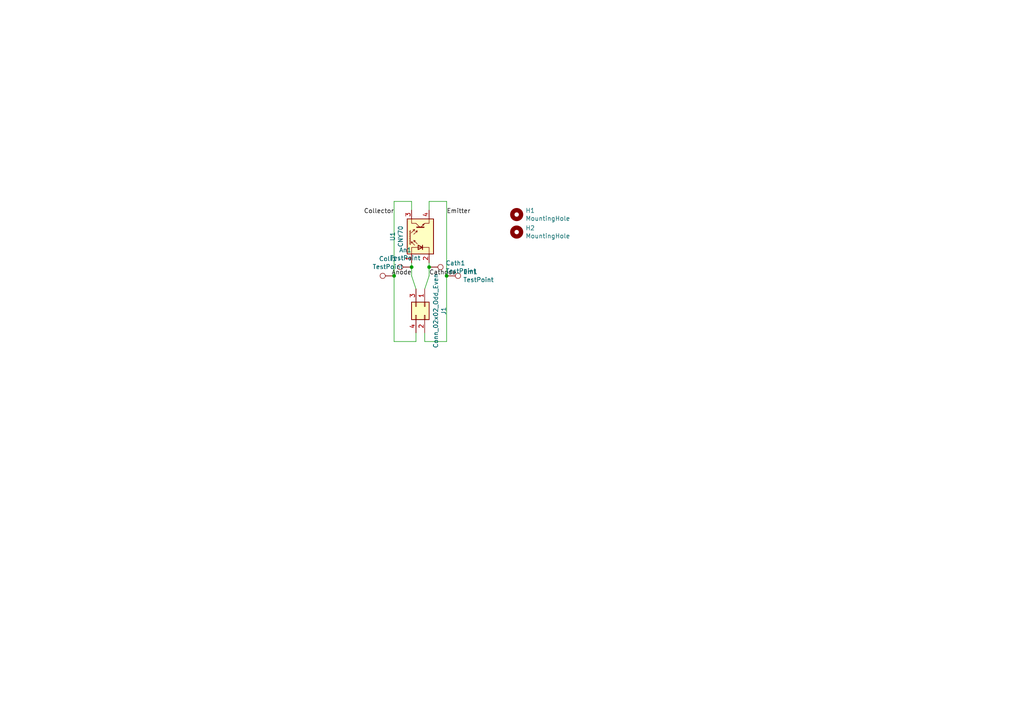
<source format=kicad_sch>
(kicad_sch (version 20211123) (generator eeschema)
  (paper "A4")
  (lib_symbols
    (symbol "Connector:TestPoint" (pin_numbers hide) (pin_names (offset 0.762) hide)
      (property "Reference" "TP" (at 0 6.858 0))
      (property "Value" "TestPoint" (at 0 5.08 0))
      (symbol "TestPoint_0_1"
        (circle (center 0 3.302) (radius 0.762))
      )
      (symbol "TestPoint_1_1"
        (pin passive line (at 0 0 90) (length 2.54) (name "1") (number "1"))
      )
    )
    (symbol "Connector_Generic:Conn_02x02_Odd_Even" (pin_names (offset 1.016) hide)
      (property "Reference" "J" (at 1.27 2.54 0))
      (property "Value" "Conn_02x02_Odd_Even" (at 1.27 -5.08 0))
      (symbol "Conn_02x02_Odd_Even_1_1"
        (rectangle (start -1.27 -2.413) (end 0 -2.667) (stroke (width 0.1524)))
        (rectangle (start -1.27 0.127) (end 0 -0.127) (stroke (width 0.1524)))
        (rectangle (start -1.27 1.27) (end 3.81 -3.81) (stroke (width 0.254)) (fill (type background)))
        (rectangle (start 3.81 -2.413) (end 2.54 -2.667) (stroke (width 0.1524)))
        (rectangle (start 3.81 0.127) (end 2.54 -0.127) (stroke (width 0.1524)))
        (pin passive line (at -5.08 0 0) (length 3.81) (name "Pin_1") (number "1"))
        (pin passive line (at 7.62 0 180) (length 3.81) (name "Pin_2") (number "2"))
        (pin passive line (at -5.08 -2.54 0) (length 3.81) (name "Pin_3") (number "3"))
        (pin passive line (at 7.62 -2.54 180) (length 3.81) (name "Pin_4") (number "4"))
      )
    )
    (symbol "Mechanical:MountingHole" (pin_names (offset 1.016))
      (property "Reference" "H" (at 0 5.08 0))
      (property "Value" "MountingHole" (at 0 3.175 0))
      (symbol "MountingHole_0_1"
        (circle (center 0 0) (radius 1.27) (stroke (width 1.27)))
      )
    )
    (symbol "Sensor_Proximity:CNY70" (pin_names (offset 1.016) hide)
      (property "Reference" "U" (at -5.08 5.08 0))
      (property "Value" "CNY70" (at 5.08 5.08 0))
      (symbol "CNY70_0_1"
        (polyline (pts (xy -3.81 -0.635) (xy -2.54 -0.635)) (stroke (width 0.254)))
        (polyline (pts (xy -2.286 2.921) (xy -2.032 3.175)))
        (polyline (pts (xy -1.778 2.921) (xy -1.524 3.175)))
        (polyline (pts (xy -1.524 2.667) (xy -1.651 2.159)))
        (polyline (pts (xy -1.27 2.921) (xy -1.016 3.175)))
        (polyline (pts (xy -1.143 1.905) (xy -1.27 1.397)))
        (polyline (pts (xy -0.762 2.921) (xy -0.508 3.175)))
        (polyline (pts (xy -0.254 2.921) (xy 0 3.175)))
        (polyline (pts (xy 0.254 2.921) (xy 0.508 3.175)))
        (polyline (pts (xy 0.762 2.921) (xy 1.016 3.175)))
        (polyline (pts (xy 1.27 2.921) (xy 1.524 3.175)))
        (polyline (pts (xy 1.651 0.889) (xy 1.143 1.016)))
        (polyline (pts (xy 1.778 2.921) (xy -2.413 2.921)))
        (polyline (pts (xy 2.032 1.651) (xy 1.524 1.778)))
        (polyline (pts (xy 2.667 -0.127) (xy 3.81 -1.27)))
        (polyline (pts (xy 2.667 0.127) (xy 3.81 1.27)))
        (polyline (pts (xy -2.54 1.651) (xy -1.524 2.667) (xy -2.032 2.54)))
        (polyline (pts (xy -2.159 0.889) (xy -1.143 1.905) (xy -1.651 1.778)))
        (polyline (pts (xy 0.635 1.905) (xy 1.651 0.889) (xy 1.524 1.397)))
        (polyline (pts (xy 1.016 2.667) (xy 2.032 1.651) (xy 1.905 2.159)))
        (polyline (pts (xy 2.667 1.016) (xy 2.667 -1.016) (xy 2.667 -1.016)) (stroke (width 0.3556)))
        (polyline (pts (xy 3.81 -1.27) (xy 3.81 -2.54) (xy 5.08 -2.54)))
        (polyline (pts (xy 3.81 1.27) (xy 3.81 2.54) (xy 5.08 2.54)))
        (polyline (pts (xy -5.08 -2.54) (xy -3.175 -2.54) (xy -3.175 2.54) (xy -5.08 2.54)))
        (polyline (pts (xy -3.175 -0.635) (xy -3.81 0.635) (xy -2.54 0.635) (xy -3.175 -0.635)) (stroke (width 0.254)))
        (polyline (pts (xy 3.683 -1.143) (xy 3.429 -0.635) (xy 3.175 -0.889) (xy 3.683 -1.143)))
        (polyline (pts (xy -5.08 -3.81) (xy 5.08 -3.81) (xy 5.08 3.81) (xy -5.08 3.81) (xy -5.08 -3.81)) (stroke (width 0.254)) (fill (type background)))
      )
      (symbol "CNY70_1_1"
        (pin passive line (at -7.62 2.54 0) (length 2.54) (name "A") (number "1"))
        (pin passive line (at -7.62 -2.54 0) (length 2.54) (name "K") (number "2"))
        (pin open_collector line (at 7.62 2.54 180) (length 2.54) (name "C") (number "3"))
        (pin open_emitter line (at 7.62 -2.54 180) (length 2.54) (name "E") (number "4"))
      )
    )
  )
  (junction (at 129.54 80.01))
  (junction (at 119.38 77.47))
  (junction (at 114.3 80.01))
  (junction (at 124.46 77.47))
  (wire (pts (xy 119.38 80.01) (xy 120.65 83.82)))
  (wire (pts (xy 124.46 60.96) (xy 124.46 58.42)))
  (wire (pts (xy 119.38 77.47) (xy 119.38 76.2)))
  (wire (pts (xy 124.46 77.47) (xy 124.46 80.01)))
  (wire (pts (xy 120.65 96.52) (xy 120.65 99.06)))
  (wire (pts (xy 114.3 80.01) (xy 114.3 58.42)))
  (wire (pts (xy 114.3 99.06) (xy 114.3 80.01)))
  (wire (pts (xy 124.46 76.2) (xy 124.46 77.47)))
  (wire (pts (xy 129.54 80.01) (xy 129.54 99.06)))
  (wire (pts (xy 129.54 99.06) (xy 123.19 99.06)))
  (wire (pts (xy 123.19 99.06) (xy 123.19 96.52)))
  (wire (pts (xy 119.38 58.42) (xy 119.38 60.96)))
  (wire (pts (xy 114.3 58.42) (xy 119.38 58.42)))
  (wire (pts (xy 119.38 80.01) (xy 119.38 77.47)))
  (wire (pts (xy 129.54 58.42) (xy 129.54 80.01)))
  (wire (pts (xy 124.46 80.01) (xy 123.19 83.82)))
  (wire (pts (xy 124.46 58.42) (xy 129.54 58.42)))
  (wire (pts (xy 120.65 99.06) (xy 114.3 99.06)))
  (label "Emitter" (at 129.54 62.23 0))
  (label "Collector" (at 114.3 62.23 180))
  (label "Cathode" (at 124.46 80.01 0))
  (label "Anode" (at 119.38 80.01 180))
  (symbol (lib_id "Sensor_Proximity:CNY70") (at 121.92 68.58 90) (unit 1)
    (property "Reference" "U1" (at 113.8682 68.58 0))
    (property "Value" "CNY70" (at 116.1796 68.58 0))
    (property "Footprint" "OptoDevice:Vishay_CNY70" (effects hide))
    (property "Datasheet" "https://www.vishay.com/docs/83751/cny70.pdf" (effects hide))
  )
  (symbol (lib_id "Connector_Generic:Conn_02x02_Odd_Even") (at 123.19 88.9 270) (unit 1)
    (property "Reference" "J1" (at 128.7018 90.17 0))
    (property "Value" "Conn_02x02_Odd_Even" (at 126.3904 90.17 0))
    (property "Footprint" "Pin_Headers:Pin_Header_Angled_2x02_Pitch2.54mm" (effects hide))
  )
  (symbol (lib_id "Connector:TestPoint") (at 114.3 80.01 90) (unit 1)
    (property "Reference" "Coll1" (at 112.4712 75.057 90))
    (property "Value" "TestPoint" (at 112.4712 77.3684 90))
    (property "Footprint" "TestPoint:TestPoint_Pad_1.0x1.0mm" (effects hide))
  )
  (symbol (lib_id "Connector:TestPoint") (at 129.54 80.01 270) (unit 1)
    (property "Reference" "Em1" (at 134.3152 78.8416 90) (effects (justify left)))
    (property "Value" "TestPoint" (at 134.3152 81.153 90) (effects (justify left)))
    (property "Footprint" "TestPoint:TestPoint_Pad_1.0x1.0mm" (effects hide))
  )
  (symbol (lib_id "Connector:TestPoint") (at 124.46 77.47 270) (unit 1)
    (property "Reference" "Cath1" (at 129.2352 76.3016 90) (effects (justify left)))
    (property "Value" "TestPoint" (at 129.2352 78.613 90) (effects (justify left)))
    (property "Footprint" "TestPoint:TestPoint_Pad_1.0x1.0mm" (effects hide))
  )
  (symbol (lib_id "Connector:TestPoint") (at 119.38 77.47 90) (unit 1)
    (property "Reference" "An1" (at 117.5512 72.517 90))
    (property "Value" "TestPoint" (at 117.5512 74.8284 90))
    (property "Footprint" "TestPoint:TestPoint_Pad_1.0x1.0mm" (effects hide))
  )
  (symbol (lib_id "Mechanical:MountingHole") (at 149.86 62.23 0) (unit 1)
    (property "Reference" "H1" (at 152.4 61.0616 0) (effects (justify left)))
    (property "Value" "MountingHole" (at 152.4 63.373 0) (effects (justify left)))
    (property "Footprint" "Mounting_Holes:MountingHole_3.2mm_M3" (effects hide))
  )
  (symbol (lib_id "Mechanical:MountingHole") (at 149.86 67.31 0) (unit 1)
    (property "Reference" "H2" (at 152.4 66.1416 0) (effects (justify left)))
    (property "Value" "MountingHole" (at 152.4 68.453 0) (effects (justify left)))
    (property "Footprint" "Mounting_Holes:MountingHole_3.2mm_M3" (effects hide))
  )
)
</source>
